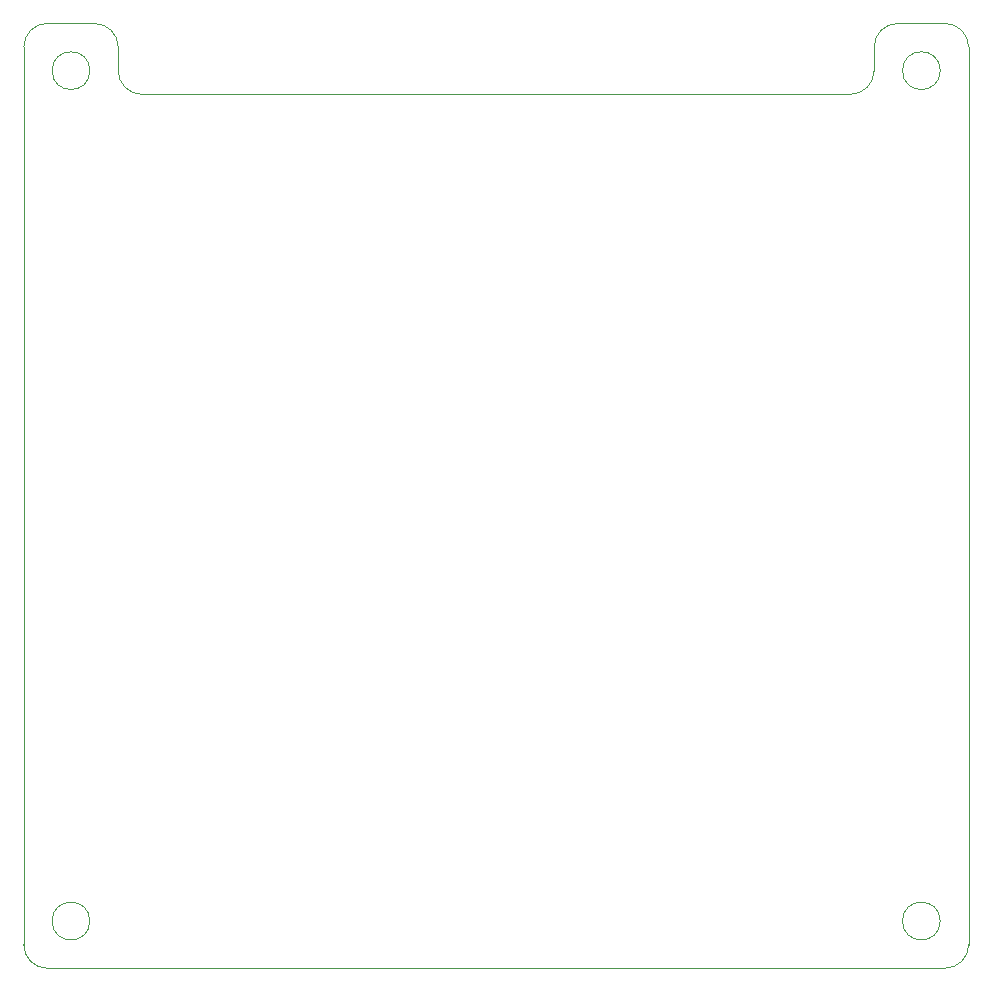
<source format=gbr>
%TF.GenerationSoftware,Altium Limited,Altium Designer,21.6.1 (37)*%
G04 Layer_Color=16711935*
%FSLAX45Y45*%
%MOMM*%
%TF.SameCoordinates,308497C2-864B-4A42-B135-7B231B7309CE*%
%TF.FilePolarity,Positive*%
%TF.FileFunction,Other,Outline*%
%TF.Part,Single*%
G01*
G75*
%TA.AperFunction,NonConductor*%
%ADD166C,0.01270*%
D166*
X8000000Y7800635D02*
G03*
X7800000Y8000635I-200000J0D01*
G01*
X7400000Y8000635D02*
G03*
X7200000Y7800635I0J-200000D01*
G01*
X7000000Y7400635D02*
G03*
X7200000Y7600635I0J200000D01*
G01*
X800000Y7600635D02*
G03*
X1000000Y7400635I200000J-0D01*
G01*
X800000Y7800635D02*
G03*
X600000Y8000635I-200000J0D01*
G01*
X200000D02*
G03*
X0Y7800635I0J-200000D01*
G01*
X0Y200635D02*
G03*
X200000Y635I200000J0D01*
G01*
X7800000D02*
G03*
X8000000Y200635I0J200000D01*
G01*
X560000Y7600635D02*
G03*
X560000Y7600635I-160000J0D01*
G01*
X7760000D02*
G03*
X7760000Y7600635I-160000J0D01*
G01*
X560000Y400635D02*
G03*
X560000Y400635I-160000J0D01*
G01*
X7760000D02*
G03*
X7760000Y400635I-160000J0D01*
G01*
X7400000Y8000635D02*
X7800000D01*
X7200000Y7600635D02*
Y7800635D01*
X1000000Y7400635D02*
X7000000D01*
X800000Y7600635D02*
Y7800635D01*
X200000Y8000635D02*
X600000D01*
X0Y200635D02*
Y7800635D01*
X200000Y635D02*
X7800000D01*
X8000000Y200635D02*
Y7800635D01*
%TF.MD5,e404d93def3767e8ffc677d8afd688ac*%
M02*

</source>
